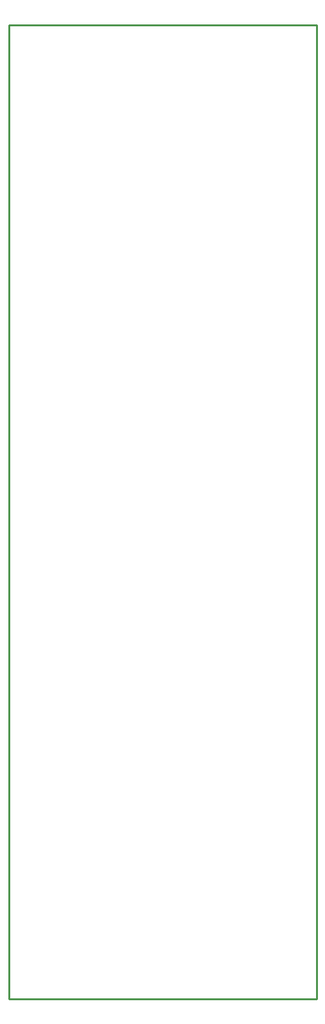
<source format=gko>
G04 Layer: BoardOutlineLayer*
G04 EasyEDA v6.5.29, 2023-07-18 11:26:45*
G04 4862ed4757ed486f9a68419d8781b586,5a6b42c53f6a479593ecc07194224c93,10*
G04 Gerber Generator version 0.2*
G04 Scale: 100 percent, Rotated: No, Reflected: No *
G04 Dimensions in millimeters *
G04 leading zeros omitted , absolute positions ,4 integer and 5 decimal *
%FSLAX45Y45*%
%MOMM*%

%ADD10C,0.2540*%
D10*
X0Y12839700D02*
G01*
X4064000Y12839700D01*
X4064000Y0D01*
X0Y0D01*
X0Y12839700D01*

%LPD*%
M02*

</source>
